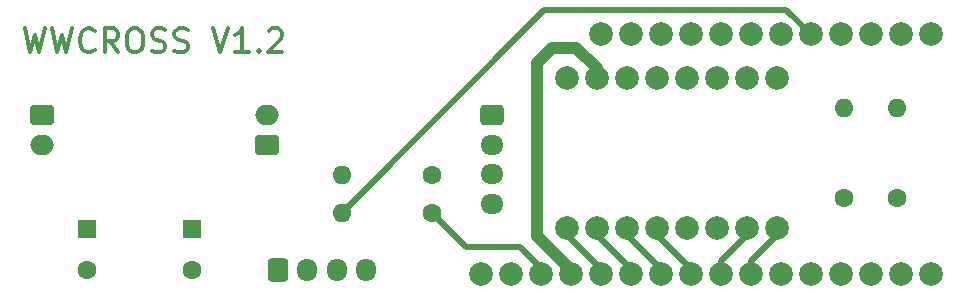
<source format=gbr>
%TF.GenerationSoftware,KiCad,Pcbnew,9.0.0*%
%TF.CreationDate,2025-04-27T17:03:47-05:00*%
%TF.ProjectId,WWCROSS,57617463-6820-4576-996e-6465722e6b69,rev?*%
%TF.SameCoordinates,Original*%
%TF.FileFunction,Copper,L1,Top*%
%TF.FilePolarity,Positive*%
%FSLAX46Y46*%
G04 Gerber Fmt 4.6, Leading zero omitted, Abs format (unit mm)*
G04 Created by KiCad (PCBNEW 9.0.0) date 2025-04-27 17:03:47*
%MOMM*%
%LPD*%
G01*
G04 APERTURE LIST*
G04 Aperture macros list*
%AMRoundRect*
0 Rectangle with rounded corners*
0 $1 Rounding radius*
0 $2 $3 $4 $5 $6 $7 $8 $9 X,Y pos of 4 corners*
0 Add a 4 corners polygon primitive as box body*
4,1,4,$2,$3,$4,$5,$6,$7,$8,$9,$2,$3,0*
0 Add four circle primitives for the rounded corners*
1,1,$1+$1,$2,$3*
1,1,$1+$1,$4,$5*
1,1,$1+$1,$6,$7*
1,1,$1+$1,$8,$9*
0 Add four rect primitives between the rounded corners*
20,1,$1+$1,$2,$3,$4,$5,0*
20,1,$1+$1,$4,$5,$6,$7,0*
20,1,$1+$1,$6,$7,$8,$9,0*
20,1,$1+$1,$8,$9,$2,$3,0*%
G04 Aperture macros list end*
%ADD10C,0.300000*%
%TA.AperFunction,NonConductor*%
%ADD11C,0.300000*%
%TD*%
%TA.AperFunction,ComponentPad*%
%ADD12C,2.000000*%
%TD*%
%TA.AperFunction,ComponentPad*%
%ADD13C,1.600000*%
%TD*%
%TA.AperFunction,ComponentPad*%
%ADD14O,1.600000X1.600000*%
%TD*%
%TA.AperFunction,ComponentPad*%
%ADD15R,1.600000X1.600000*%
%TD*%
%TA.AperFunction,ComponentPad*%
%ADD16RoundRect,0.250000X-0.750000X0.600000X-0.750000X-0.600000X0.750000X-0.600000X0.750000X0.600000X0*%
%TD*%
%TA.AperFunction,ComponentPad*%
%ADD17O,2.000000X1.700000*%
%TD*%
%TA.AperFunction,ComponentPad*%
%ADD18RoundRect,0.250000X-0.600000X-0.725000X0.600000X-0.725000X0.600000X0.725000X-0.600000X0.725000X0*%
%TD*%
%TA.AperFunction,ComponentPad*%
%ADD19O,1.700000X1.950000*%
%TD*%
%TA.AperFunction,ComponentPad*%
%ADD20RoundRect,0.250000X0.750000X-0.600000X0.750000X0.600000X-0.750000X0.600000X-0.750000X-0.600000X0*%
%TD*%
%TA.AperFunction,ComponentPad*%
%ADD21RoundRect,0.250000X-0.725000X0.600000X-0.725000X-0.600000X0.725000X-0.600000X0.725000X0.600000X0*%
%TD*%
%TA.AperFunction,ComponentPad*%
%ADD22O,1.950000X1.700000*%
%TD*%
%TA.AperFunction,Conductor*%
%ADD23C,0.500000*%
%TD*%
%TA.AperFunction,Conductor*%
%ADD24C,1.000000*%
%TD*%
G04 APERTURE END LIST*
D10*
D11*
X109068082Y-62509638D02*
X109544272Y-64509638D01*
X109544272Y-64509638D02*
X109925225Y-63081066D01*
X109925225Y-63081066D02*
X110306177Y-64509638D01*
X110306177Y-64509638D02*
X110782368Y-62509638D01*
X111353796Y-62509638D02*
X111829986Y-64509638D01*
X111829986Y-64509638D02*
X112210939Y-63081066D01*
X112210939Y-63081066D02*
X112591891Y-64509638D01*
X112591891Y-64509638D02*
X113068082Y-62509638D01*
X114972843Y-64319161D02*
X114877605Y-64414400D01*
X114877605Y-64414400D02*
X114591891Y-64509638D01*
X114591891Y-64509638D02*
X114401415Y-64509638D01*
X114401415Y-64509638D02*
X114115700Y-64414400D01*
X114115700Y-64414400D02*
X113925224Y-64223923D01*
X113925224Y-64223923D02*
X113829986Y-64033447D01*
X113829986Y-64033447D02*
X113734748Y-63652495D01*
X113734748Y-63652495D02*
X113734748Y-63366780D01*
X113734748Y-63366780D02*
X113829986Y-62985828D01*
X113829986Y-62985828D02*
X113925224Y-62795352D01*
X113925224Y-62795352D02*
X114115700Y-62604876D01*
X114115700Y-62604876D02*
X114401415Y-62509638D01*
X114401415Y-62509638D02*
X114591891Y-62509638D01*
X114591891Y-62509638D02*
X114877605Y-62604876D01*
X114877605Y-62604876D02*
X114972843Y-62700114D01*
X116972843Y-64509638D02*
X116306176Y-63557257D01*
X115829986Y-64509638D02*
X115829986Y-62509638D01*
X115829986Y-62509638D02*
X116591891Y-62509638D01*
X116591891Y-62509638D02*
X116782367Y-62604876D01*
X116782367Y-62604876D02*
X116877605Y-62700114D01*
X116877605Y-62700114D02*
X116972843Y-62890590D01*
X116972843Y-62890590D02*
X116972843Y-63176304D01*
X116972843Y-63176304D02*
X116877605Y-63366780D01*
X116877605Y-63366780D02*
X116782367Y-63462019D01*
X116782367Y-63462019D02*
X116591891Y-63557257D01*
X116591891Y-63557257D02*
X115829986Y-63557257D01*
X118210938Y-62509638D02*
X118591891Y-62509638D01*
X118591891Y-62509638D02*
X118782367Y-62604876D01*
X118782367Y-62604876D02*
X118972843Y-62795352D01*
X118972843Y-62795352D02*
X119068081Y-63176304D01*
X119068081Y-63176304D02*
X119068081Y-63842971D01*
X119068081Y-63842971D02*
X118972843Y-64223923D01*
X118972843Y-64223923D02*
X118782367Y-64414400D01*
X118782367Y-64414400D02*
X118591891Y-64509638D01*
X118591891Y-64509638D02*
X118210938Y-64509638D01*
X118210938Y-64509638D02*
X118020462Y-64414400D01*
X118020462Y-64414400D02*
X117829986Y-64223923D01*
X117829986Y-64223923D02*
X117734748Y-63842971D01*
X117734748Y-63842971D02*
X117734748Y-63176304D01*
X117734748Y-63176304D02*
X117829986Y-62795352D01*
X117829986Y-62795352D02*
X118020462Y-62604876D01*
X118020462Y-62604876D02*
X118210938Y-62509638D01*
X119829986Y-64414400D02*
X120115700Y-64509638D01*
X120115700Y-64509638D02*
X120591891Y-64509638D01*
X120591891Y-64509638D02*
X120782367Y-64414400D01*
X120782367Y-64414400D02*
X120877605Y-64319161D01*
X120877605Y-64319161D02*
X120972843Y-64128685D01*
X120972843Y-64128685D02*
X120972843Y-63938209D01*
X120972843Y-63938209D02*
X120877605Y-63747733D01*
X120877605Y-63747733D02*
X120782367Y-63652495D01*
X120782367Y-63652495D02*
X120591891Y-63557257D01*
X120591891Y-63557257D02*
X120210938Y-63462019D01*
X120210938Y-63462019D02*
X120020462Y-63366780D01*
X120020462Y-63366780D02*
X119925224Y-63271542D01*
X119925224Y-63271542D02*
X119829986Y-63081066D01*
X119829986Y-63081066D02*
X119829986Y-62890590D01*
X119829986Y-62890590D02*
X119925224Y-62700114D01*
X119925224Y-62700114D02*
X120020462Y-62604876D01*
X120020462Y-62604876D02*
X120210938Y-62509638D01*
X120210938Y-62509638D02*
X120687129Y-62509638D01*
X120687129Y-62509638D02*
X120972843Y-62604876D01*
X121734748Y-64414400D02*
X122020462Y-64509638D01*
X122020462Y-64509638D02*
X122496653Y-64509638D01*
X122496653Y-64509638D02*
X122687129Y-64414400D01*
X122687129Y-64414400D02*
X122782367Y-64319161D01*
X122782367Y-64319161D02*
X122877605Y-64128685D01*
X122877605Y-64128685D02*
X122877605Y-63938209D01*
X122877605Y-63938209D02*
X122782367Y-63747733D01*
X122782367Y-63747733D02*
X122687129Y-63652495D01*
X122687129Y-63652495D02*
X122496653Y-63557257D01*
X122496653Y-63557257D02*
X122115700Y-63462019D01*
X122115700Y-63462019D02*
X121925224Y-63366780D01*
X121925224Y-63366780D02*
X121829986Y-63271542D01*
X121829986Y-63271542D02*
X121734748Y-63081066D01*
X121734748Y-63081066D02*
X121734748Y-62890590D01*
X121734748Y-62890590D02*
X121829986Y-62700114D01*
X121829986Y-62700114D02*
X121925224Y-62604876D01*
X121925224Y-62604876D02*
X122115700Y-62509638D01*
X122115700Y-62509638D02*
X122591891Y-62509638D01*
X122591891Y-62509638D02*
X122877605Y-62604876D01*
X124972844Y-62509638D02*
X125639510Y-64509638D01*
X125639510Y-64509638D02*
X126306177Y-62509638D01*
X128020463Y-64509638D02*
X126877606Y-64509638D01*
X127449034Y-64509638D02*
X127449034Y-62509638D01*
X127449034Y-62509638D02*
X127258558Y-62795352D01*
X127258558Y-62795352D02*
X127068082Y-62985828D01*
X127068082Y-62985828D02*
X126877606Y-63081066D01*
X128877606Y-64319161D02*
X128972844Y-64414400D01*
X128972844Y-64414400D02*
X128877606Y-64509638D01*
X128877606Y-64509638D02*
X128782368Y-64414400D01*
X128782368Y-64414400D02*
X128877606Y-64319161D01*
X128877606Y-64319161D02*
X128877606Y-64509638D01*
X129734749Y-62700114D02*
X129829987Y-62604876D01*
X129829987Y-62604876D02*
X130020463Y-62509638D01*
X130020463Y-62509638D02*
X130496654Y-62509638D01*
X130496654Y-62509638D02*
X130687130Y-62604876D01*
X130687130Y-62604876D02*
X130782368Y-62700114D01*
X130782368Y-62700114D02*
X130877606Y-62890590D01*
X130877606Y-62890590D02*
X130877606Y-63081066D01*
X130877606Y-63081066D02*
X130782368Y-63366780D01*
X130782368Y-63366780D02*
X129639511Y-64509638D01*
X129639511Y-64509638D02*
X130877606Y-64509638D01*
D12*
%TO.P,U3,16,VM*%
%TO.N,Net-(J1-Pin_2)*%
X154940000Y-66675000D03*
%TO.P,U3,15,GNDM*%
%TO.N,Net-(J1-Pin_1)*%
X157480000Y-66675000D03*
%TO.P,U3,14,A2*%
%TO.N,Net-(J4-Pin_1)*%
X160020000Y-66675000D03*
%TO.P,U3,13,A1*%
%TO.N,Net-(J4-Pin_2)*%
X162560000Y-66675000D03*
%TO.P,U3,12,B1*%
%TO.N,Net-(J4-Pin_3)*%
X165100000Y-66675000D03*
%TO.P,U3,11,B2*%
%TO.N,Net-(J4-Pin_4)*%
X167640000Y-66675000D03*
%TO.P,U3,10,VIO*%
%TO.N,Net-(J3-Pin_1)*%
X170180000Y-66675000D03*
%TO.P,U3,9,GNDIO*%
%TO.N,Net-(J1-Pin_1)*%
X172720000Y-66675000D03*
%TO.P,U3,8,DIR*%
%TO.N,Net-(U2-A5)*%
X172720000Y-79375000D03*
%TO.P,U3,7,STEP*%
%TO.N,Net-(U2-A4)*%
X170180000Y-79375000D03*
%TO.P,U3,6,CLK*%
%TO.N,Net-(U3-CLK)*%
X167640000Y-79375000D03*
%TO.P,U3,5,STDBY*%
%TO.N,Net-(U3-STDBY)*%
X165100000Y-79375000D03*
%TO.P,U3,4,PDN*%
%TO.N,Net-(U2-A3)*%
X162560000Y-79375000D03*
%TO.P,U3,3,MS2*%
%TO.N,Net-(U2-A2)*%
X160020000Y-79375000D03*
%TO.P,U3,2,MS1*%
%TO.N,Net-(U2-A1)*%
X157480000Y-79375000D03*
%TO.P,U3,1,EN*%
%TO.N,Net-(U2-A0)*%
X154940000Y-79375000D03*
%TD*%
D13*
%TO.P,R4,1*%
%TO.N,Net-(U3-CLK)*%
X182880000Y-76835000D03*
D14*
%TO.P,R4,2*%
%TO.N,Net-(J1-Pin_1)*%
X182880000Y-69215000D03*
%TD*%
D13*
%TO.P,R3,1*%
%TO.N,Net-(U3-STDBY)*%
X178435000Y-76835000D03*
D14*
%TO.P,R3,2*%
%TO.N,Net-(J1-Pin_1)*%
X178435000Y-69215000D03*
%TD*%
D13*
%TO.P,R2,1*%
%TO.N,Net-(R1-Pad1)*%
X143510000Y-74930000D03*
D14*
%TO.P,R2,2*%
%TO.N,Net-(J2-Pin_1)*%
X135890000Y-74930000D03*
%TD*%
D13*
%TO.P,R1,1*%
%TO.N,Net-(R1-Pad1)*%
X143510000Y-78105000D03*
D14*
%TO.P,R1,2*%
%TO.N,Net-(J2-Pin_4)*%
X135890000Y-78105000D03*
%TD*%
D15*
%TO.P,C2,1*%
%TO.N,Net-(J3-Pin_1)*%
X123190000Y-79500000D03*
D13*
%TO.P,C2,2*%
%TO.N,Net-(J1-Pin_1)*%
X123190000Y-83000000D03*
%TD*%
D16*
%TO.P,J1,1,Pin_1*%
%TO.N,Net-(J1-Pin_1)*%
X110490000Y-69850000D03*
D17*
%TO.P,J1,2,Pin_2*%
%TO.N,Net-(J1-Pin_2)*%
X110490000Y-72350000D03*
%TD*%
D12*
%TO.P,U2,1,RST*%
%TO.N,unconnected-(U2-RST-Pad1)*%
X147655000Y-83320000D03*
%TO.P,U2,2,3.3V*%
%TO.N,unconnected-(U2-3.3V-Pad2)*%
X150195000Y-83320000D03*
%TO.P,U2,3,3.3V*%
%TO.N,Net-(R1-Pad1)*%
X152735000Y-83320000D03*
%TO.P,U2,4,GND*%
%TO.N,Net-(J1-Pin_1)*%
X155275000Y-83320000D03*
%TO.P,U2,5,A0*%
%TO.N,Net-(U2-A0)*%
X157815000Y-83320000D03*
%TO.P,U2,6,A1*%
%TO.N,Net-(U2-A1)*%
X160355000Y-83320000D03*
%TO.P,U2,7,A2*%
%TO.N,Net-(U2-A2)*%
X162895000Y-83320000D03*
%TO.P,U2,8,A3*%
%TO.N,Net-(U2-A3)*%
X165435000Y-83320000D03*
%TO.P,U2,9,A4*%
%TO.N,Net-(U2-A4)*%
X167975000Y-83320000D03*
%TO.P,U2,10,A5*%
%TO.N,Net-(U2-A5)*%
X170515000Y-83320000D03*
%TO.P,U2,11,SCK*%
%TO.N,unconnected-(U2-SCK-Pad11)*%
X173055000Y-83320000D03*
%TO.P,U2,12,MOSI*%
%TO.N,unconnected-(U2-MOSI-Pad12)*%
X175595000Y-83320000D03*
%TO.P,U2,13,MISO*%
%TO.N,unconnected-(U2-MISO-Pad13)*%
X178135000Y-83320000D03*
%TO.P,U2,14,RX*%
%TO.N,unconnected-(U2-RX-Pad14)*%
X180675000Y-83320000D03*
%TO.P,U2,15,TX*%
%TO.N,unconnected-(U2-TX-Pad15)*%
X183215000Y-83320000D03*
%TO.P,U2,16,TXD0*%
%TO.N,unconnected-(U2-TXD0-Pad16)*%
X185755000Y-83320000D03*
%TO.P,U2,17,SDA*%
%TO.N,unconnected-(U2-SDA-Pad17)*%
X185755000Y-63000000D03*
%TO.P,U2,18,SCL*%
%TO.N,unconnected-(U2-SCL-Pad18)*%
X183215000Y-63000000D03*
%TO.P,U2,19,D5*%
%TO.N,unconnected-(U2-D5-Pad19)*%
X180675000Y-63000000D03*
%TO.P,U2,20,D6*%
%TO.N,unconnected-(U2-D6-Pad20)*%
X178135000Y-63000000D03*
%TO.P,U2,21,D9*%
%TO.N,Net-(J2-Pin_4)*%
X175595000Y-63000000D03*
%TO.P,U2,22,D10*%
%TO.N,unconnected-(U2-D10-Pad22)*%
X173055000Y-63000000D03*
%TO.P,U2,23,D11*%
%TO.N,unconnected-(U2-D11-Pad23)*%
X170515000Y-63000000D03*
%TO.P,U2,24,D12*%
%TO.N,unconnected-(U2-D12-Pad24)*%
X167975000Y-63000000D03*
%TO.P,U2,25,D13*%
%TO.N,unconnected-(U2-D13-Pad25)*%
X165435000Y-63000000D03*
%TO.P,U2,26,VBUS*%
%TO.N,unconnected-(U2-VBUS-Pad26)*%
X162895000Y-63000000D03*
%TO.P,U2,27,EN*%
%TO.N,unconnected-(U2-EN-Pad27)*%
X160355000Y-63000000D03*
%TO.P,U2,28,VBAT*%
%TO.N,unconnected-(U2-VBAT-Pad28)*%
X157815000Y-63000000D03*
%TD*%
D15*
%TO.P,C1,1*%
%TO.N,Net-(J1-Pin_2)*%
X114300000Y-79500000D03*
D13*
%TO.P,C1,2*%
%TO.N,Net-(J1-Pin_1)*%
X114300000Y-83000000D03*
%TD*%
D18*
%TO.P,J2,1,Pin_1*%
%TO.N,Net-(J2-Pin_1)*%
X130500000Y-83000000D03*
D19*
%TO.P,J2,2,Pin_2*%
%TO.N,Net-(J1-Pin_1)*%
X133000000Y-83000000D03*
%TO.P,J2,3,Pin_3*%
X135500000Y-83000000D03*
%TO.P,J2,4,Pin_4*%
%TO.N,Net-(J2-Pin_4)*%
X138000000Y-83000000D03*
%TD*%
D20*
%TO.P,J3,1,Pin_1*%
%TO.N,Net-(J3-Pin_1)*%
X129540000Y-72350000D03*
D17*
%TO.P,J3,2,Pin_2*%
%TO.N,Net-(J1-Pin_1)*%
X129540000Y-69850000D03*
%TD*%
D21*
%TO.P,J4,1,Pin_1*%
%TO.N,Net-(J4-Pin_1)*%
X148590000Y-69850000D03*
D22*
%TO.P,J4,2,Pin_2*%
%TO.N,Net-(J4-Pin_2)*%
X148590000Y-72350000D03*
%TO.P,J4,3,Pin_3*%
%TO.N,Net-(J4-Pin_3)*%
X148590000Y-74850000D03*
%TO.P,J4,4,Pin_4*%
%TO.N,Net-(J4-Pin_4)*%
X148590000Y-77350000D03*
%TD*%
D23*
%TO.N,Net-(J2-Pin_4)*%
X153035000Y-60960000D02*
X173555000Y-60960000D01*
X173555000Y-60960000D02*
X175595000Y-63000000D01*
X135890000Y-78105000D02*
X153035000Y-60960000D01*
D24*
%TO.N,Net-(J1-Pin_1)*%
X153670000Y-64135000D02*
X152400000Y-65405000D01*
X152400000Y-80108229D02*
X155275000Y-82983229D01*
X155275000Y-82983229D02*
X155275000Y-83320000D01*
X155770206Y-64135000D02*
X153670000Y-64135000D01*
X157480000Y-65844794D02*
X155770206Y-64135000D01*
X152400000Y-65405000D02*
X152400000Y-80108229D01*
X157480000Y-66675000D02*
X157480000Y-65844794D01*
D23*
%TO.N,Net-(R1-Pad1)*%
X152735000Y-82826492D02*
X152735000Y-83320000D01*
X150966821Y-81058313D02*
X152735000Y-82826492D01*
X146463313Y-81058313D02*
X150966821Y-81058313D01*
X143510000Y-78105000D02*
X146463313Y-81058313D01*
%TO.N,Net-(U2-A5)*%
X170515000Y-82215000D02*
X170515000Y-83320000D01*
X172720000Y-80010000D02*
X170515000Y-82215000D01*
X172720000Y-79375000D02*
X172720000Y-80010000D01*
%TO.N,Net-(U2-A4)*%
X170180000Y-80010000D02*
X167975000Y-82215000D01*
X167975000Y-82215000D02*
X167975000Y-83320000D01*
X170180000Y-79375000D02*
X170180000Y-80010000D01*
%TO.N,Net-(U2-A3)*%
X165435000Y-82885000D02*
X165435000Y-83320000D01*
X162560000Y-80010000D02*
X165435000Y-82885000D01*
X162560000Y-79375000D02*
X162560000Y-80010000D01*
%TO.N,Net-(U2-A2)*%
X162895000Y-82885000D02*
X162895000Y-83320000D01*
X160020000Y-80010000D02*
X162895000Y-82885000D01*
X160020000Y-79375000D02*
X160020000Y-80010000D01*
%TO.N,Net-(U2-A1)*%
X160355000Y-82885000D02*
X160355000Y-83320000D01*
X157480000Y-80010000D02*
X160355000Y-82885000D01*
X157480000Y-79375000D02*
X157480000Y-80010000D01*
%TO.N,Net-(U2-A0)*%
X157815000Y-82885000D02*
X157815000Y-83320000D01*
X154940000Y-80010000D02*
X157815000Y-82885000D01*
X154940000Y-79375000D02*
X154940000Y-80010000D01*
%TD*%
M02*

</source>
